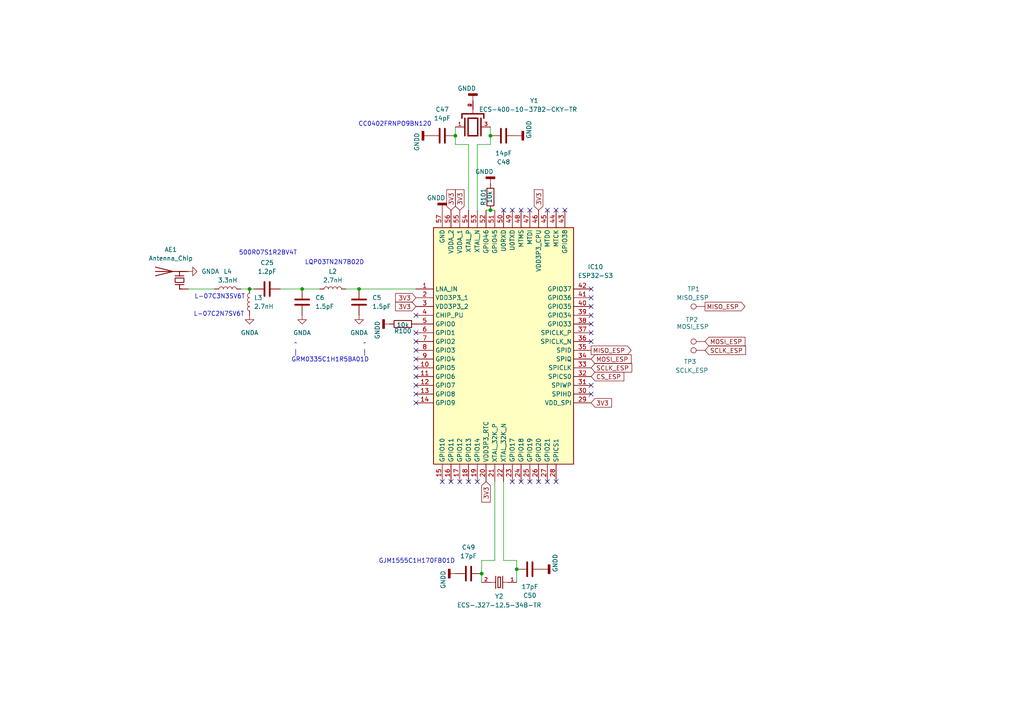
<source format=kicad_sch>
(kicad_sch (version 20250114) (generator "eeschema") (generator_version "9.0")
  (paper "A4")
  (lib_symbols
    (symbol "22XT_Main:ECS-.327-12.5-34B-TR" (pin_names (offset 1.016))
      (property "Reference" "Y" (at -5.0895 2.5447 0))
      (property "Value" "ECS-.327-12.5-34B-TR" (at -5.0911 -4.582 0))
      (symbol "ECS-.327-12.5-34B-TR_0_0"
        (polyline (pts (xy -2.54 0) (xy -1.016 0)) (stroke (width 0.1524)))
        (polyline (pts (xy -1.016 1.778) (xy -1.016 -1.778)) (stroke (width 0.254)))
        (polyline (pts (xy -0.381 1.524) (xy -0.381 -1.524)) (stroke (width 0.254)))
        (polyline (pts (xy -0.381 -1.524) (xy 0.381 -1.524)) (stroke (width 0.254)))
        (polyline (pts (xy 0.381 1.524) (xy -0.381 1.524)) (stroke (width 0.254)))
        (polyline (pts (xy 0.381 -1.524) (xy 0.381 1.524)) (stroke (width 0.254)))
        (polyline (pts (xy 1.016 1.778) (xy 1.016 -1.778)) (stroke (width 0.254)))
        (polyline (pts (xy 1.016 0) (xy 2.54 0)) (stroke (width 0.1524)))
        (pin passive line (at -5.08 0 0) (length 2.54) (name "~") (number "1"))
        (pin passive line (at 5.08 0 180) (length 2.54) (name "~") (number "2"))
      )
    )
    (symbol "22XT_Main:ECS-400-10-37B2-CKY-TR" (pin_names (offset 1.016))
      (property "Reference" "Y" (at -5.0878 6.3559 0))
      (property "Value" "ECS-400-10-37B2-CKY-TR" (at -5.0944 3.7956 0))
      (symbol "ECS-400-10-37B2-CKY-TR_0_0"
        (polyline (pts (xy -3.175 -2.54) (xy -3.175 -3.81)) (stroke (width 0.4064)))
        (polyline (pts (xy -3.175 -3.81) (xy 3.175 -3.81)) (stroke (width 0.4064)))
        (polyline (pts (xy -2.3368 2.54) (xy -2.3368 -2.54)) (stroke (width 0.4064)))
        (polyline (pts (xy -1.397 2.54) (xy -1.397 -2.54)) (stroke (width 0.4064)))
        (polyline (pts (xy -1.397 2.54) (xy 1.397 2.54)) (stroke (width 0.4064)))
        (polyline (pts (xy 0 -5.08) (xy 0 -3.81)) (stroke (width 0.1524)))
        (polyline (pts (xy 1.397 2.54) (xy 1.397 -2.54)) (stroke (width 0.4064)))
        (polyline (pts (xy 1.397 -2.54) (xy -1.397 -2.54)) (stroke (width 0.4064)))
        (polyline (pts (xy 2.3368 2.54) (xy 2.3368 -2.54)) (stroke (width 0.4064)))
        (polyline (pts (xy 3.175 -3.81) (xy 3.175 -2.54)) (stroke (width 0.4064)))
        (pin passive line (at -5.08 0 0) (length 2.54) (name "~") (number "1"))
        (pin power_in line (at 0 -7.62 90) (length 2.54) (name "~") (number "2"))
        (pin power_in line (at 0 -7.62 90) (length 2.54) (name "~") (number "4"))
        (pin passive line (at 5.08 0 180) (length 2.54) (name "~") (number "3"))
      )
    )
    (symbol "22XT_Main:ESP32-S3"
      (property "Reference" "IC" (at 46.99 22.86 0))
      (property "Value" "ESP32-S3" (at 46.99 20.32 0))
      (symbol "ESP32-S3_1_1"
        (rectangle (start 5.08 17.78) (end 45.72 -50.8) (stroke (width 0.254)) (fill (type background)))
        (pin passive line (at 0 0 0) (length 5.08) (name "LNA_IN") (number "1"))
        (pin passive line (at 0 -2.54 0) (length 5.08) (name "VDD3P3_1") (number "2"))
        (pin passive line (at 0 -5.08 0) (length 5.08) (name "VDD3P3_2") (number "3"))
        (pin passive line (at 0 -7.62 0) (length 5.08) (name "CHIP_PU") (number "4"))
        (pin passive line (at 0 -10.16 0) (length 5.08) (name "GPIO0") (number "5"))
        (pin passive line (at 0 -12.7 0) (length 5.08) (name "GPIO1") (number "6"))
        (pin passive line (at 0 -15.24 0) (length 5.08) (name "GPIO2") (number "7"))
        (pin passive line (at 0 -17.78 0) (length 5.08) (name "GPIO3") (number "8"))
        (pin passive line (at 0 -20.32 0) (length 5.08) (name "GPIO4") (number "9"))
        (pin passive line (at 0 -22.86 0) (length 5.08) (name "GPIO5") (number "10"))
        (pin passive line (at 0 -25.4 0) (length 5.08) (name "GPIO6") (number "11"))
        (pin passive line (at 0 -27.94 0) (length 5.08) (name "GPIO7") (number "12"))
        (pin passive line (at 0 -30.48 0) (length 5.08) (name "GPIO8") (number "13"))
        (pin passive line (at 0 -33.02 0) (length 5.08) (name "GPIO9") (number "14"))
        (pin passive line (at 7.62 22.86 270) (length 5.08) (name "GND") (number "57"))
        (pin passive line (at 7.62 -55.88 90) (length 5.08) (name "GPIO10") (number "15"))
        (pin passive line (at 10.16 22.86 270) (length 5.08) (name "VDDA_2") (number "56"))
        (pin passive line (at 10.16 -55.88 90) (length 5.08) (name "GPIO11") (number "16"))
        (pin passive line (at 12.7 22.86 270) (length 5.08) (name "VDDA_1") (number "55"))
        (pin passive line (at 12.7 -55.88 90) (length 5.08) (name "GPIO12") (number "17"))
        (pin passive line (at 15.24 22.86 270) (length 5.08) (name "XTAL_P") (number "54"))
        (pin passive line (at 15.24 -55.88 90) (length 5.08) (name "GPIO13") (number "18"))
        (pin passive line (at 17.78 22.86 270) (length 5.08) (name "XTAL_N") (number "53"))
        (pin passive line (at 17.78 -55.88 90) (length 5.08) (name "GPIO14") (number "19"))
        (pin passive line (at 20.32 22.86 270) (length 5.08) (name "GPIO46") (number "52"))
        (pin passive line (at 20.32 -55.88 90) (length 5.08) (name "VDD3P3_RTC") (number "20"))
        (pin passive line (at 22.86 22.86 270) (length 5.08) (name "GPIO45") (number "51"))
        (pin passive line (at 22.86 -55.88 90) (length 5.08) (name "XTAL_32K_P") (number "21"))
        (pin passive line (at 25.4 22.86 270) (length 5.08) (name "U0RXD") (number "50"))
        (pin passive line (at 25.4 -55.88 90) (length 5.08) (name "XTAL_32K_N") (number "22"))
        (pin passive line (at 27.94 22.86 270) (length 5.08) (name "U0TXD") (number "49"))
        (pin passive line (at 27.94 -55.88 90) (length 5.08) (name "GPIO17") (number "23"))
        (pin passive line (at 30.48 22.86 270) (length 5.08) (name "MTMS") (number "48"))
        (pin passive line (at 30.48 -55.88 90) (length 5.08) (name "GPIO18") (number "24"))
        (pin passive line (at 33.02 22.86 270) (length 5.08) (name "MTDI") (number "47"))
        (pin passive line (at 33.02 -55.88 90) (length 5.08) (name "GPIO19") (number "25"))
        (pin passive line (at 35.56 22.86 270) (length 5.08) (name "VDD3P3_CPU") (number "46"))
        (pin passive line (at 35.56 -55.88 90) (length 5.08) (name "GPIO20") (number "26"))
        (pin passive line (at 38.1 22.86 270) (length 5.08) (name "MTDO") (number "45"))
        (pin passive line (at 38.1 -55.88 90) (length 5.08) (name "GPIO21") (number "27"))
        (pin passive line (at 40.64 22.86 270) (length 5.08) (name "MTCK") (number "44"))
        (pin passive line (at 40.64 -55.88 90) (length 5.08) (name "SPICS1") (number "28"))
        (pin passive line (at 43.18 22.86 270) (length 5.08) (name "GPIO38") (number "43"))
        (pin passive line (at 50.8 0 180) (length 5.08) (name "GPIO37") (number "42"))
        (pin passive line (at 50.8 -2.54 180) (length 5.08) (name "GPIO36") (number "41"))
        (pin passive line (at 50.8 -5.08 180) (length 5.08) (name "GPIO35") (number "40"))
        (pin passive line (at 50.8 -7.62 180) (length 5.08) (name "GPIO34") (number "39"))
        (pin passive line (at 50.8 -10.16 180) (length 5.08) (name "GPIO33") (number "38"))
        (pin passive line (at 50.8 -12.7 180) (length 5.08) (name "SPICLK_P") (number "37"))
        (pin passive line (at 50.8 -15.24 180) (length 5.08) (name "SPICLK_N") (number "36"))
        (pin passive line (at 50.8 -17.78 180) (length 5.08) (name "SPID") (number "35"))
        (pin passive line (at 50.8 -20.32 180) (length 5.08) (name "SPIQ") (number "34"))
        (pin passive line (at 50.8 -22.86 180) (length 5.08) (name "SPICLK") (number "33"))
        (pin passive line (at 50.8 -25.4 180) (length 5.08) (name "SPICS0") (number "32"))
        (pin passive line (at 50.8 -27.94 180) (length 5.08) (name "SPIWP") (number "31"))
        (pin passive line (at 50.8 -30.48 180) (length 5.08) (name "SPIHD") (number "30"))
        (pin passive line (at 50.8 -33.02 180) (length 5.08) (name "VDD_SPI") (number "29"))
      )
    )
    (symbol "Connector:TestPoint" (pin_numbers (hide yes)) (pin_names (offset 0.762) (hide yes))
      (property "Reference" "TP" (at 0 6.858 0))
      (property "Value" "TestPoint" (at 0 5.08 0))
      (symbol "TestPoint_0_1"
        (circle (center 0 3.302) (radius 0.762))
      )
      (symbol "TestPoint_1_1"
        (pin passive line (at 0 0 90) (length 2.54) (name "1") (number "1"))
      )
    )
    (symbol "Device:Antenna_Chip" (pin_numbers (hide yes)) (pin_names (offset 1.016) (hide yes))
      (property "Reference" "AE" (at 0 5.08 0))
      (property "Value" "Antenna_Chip" (at 0 3.175 0))
      (symbol "Antenna_Chip_0_1"
        (polyline (pts (xy -2.54 0) (xy -2.54 -0.635)) (stroke (width 0.254)))
        (polyline (pts (xy -2.54 0) (xy -1.27 0)) (stroke (width 0.254)))
        (polyline (pts (xy -1.27 1.27) (xy -1.27 -1.27) (xy -1.27 0)) (stroke (width 0.254)))
        (polyline (pts (xy -0.635 1.27) (xy 0.635 1.27) (xy 0.635 -1.27) (xy -0.635 -1.27) (xy -0.635 1.27)) (stroke (width 0.254)))
        (polyline (pts (xy 1.27 1.27) (xy 1.27 -1.27)) (stroke (width 0.254)))
        (polyline (pts (xy 1.27 0) (xy 2.54 0)) (stroke (width 0.254)))
        (polyline (pts (xy 2.54 6.985) (xy 2.54 -1.905)) (stroke (width 0.254)))
        (polyline (pts (xy 2.54 -0.635) (xy 2.54 0)))
        (polyline (pts (xy 3.81 6.985) (xy 2.54 1.905) (xy 1.27 6.985)) (stroke (width 0.254)))
      )
      (symbol "Antenna_Chip_1_1"
        (pin input line (at -2.54 -2.54 90) (length 2.54) (name "FEED") (number "1"))
        (pin passive line (at 2.54 -2.54 90) (length 2.54) (name "PCB_Trace") (number "2"))
      )
    )
    (symbol "Device:C" (pin_numbers (hide yes)) (pin_names (offset 0.254))
      (property "Reference" "C" (at 0.635 2.54 0))
      (property "Value" "C" (at 0.635 -2.54 0))
      (symbol "C_0_1"
        (polyline (pts (xy -2.032 0.762) (xy 2.032 0.762)) (stroke (width 0.508)))
        (polyline (pts (xy -2.032 -0.762) (xy 2.032 -0.762)) (stroke (width 0.508)))
      )
      (symbol "C_1_1"
        (pin passive line (at 0 3.81 270) (length 2.794) (name "~") (number "1"))
        (pin passive line (at 0 -3.81 90) (length 2.794) (name "~") (number "2"))
      )
    )
    (symbol "Device:L" (pin_numbers (hide yes)) (pin_names (offset 1.016) (hide yes))
      (property "Reference" "L" (at -1.27 0 90))
      (property "Value" "L" (at 1.905 0 90))
      (symbol "L_0_1"
        (arc (start 0 2.54) (mid 0.6323 1.905) (end 0 1.27))
        (arc (start 0 1.27) (mid 0.6323 0.635) (end 0 0))
        (arc (start 0 0) (mid 0.6323 -0.635) (end 0 -1.27))
        (arc (start 0 -1.27) (mid 0.6323 -1.905) (end 0 -2.54))
      )
      (symbol "L_1_1"
        (pin passive line (at 0 3.81 270) (length 1.27) (name "1") (number "1"))
        (pin passive line (at 0 -3.81 90) (length 1.27) (name "2") (number "2"))
      )
    )
    (symbol "Device:R" (pin_numbers (hide yes)) (pin_names (offset 0))
      (property "Reference" "R" (at 2.032 0 90))
      (property "Value" "R" (at 0 0 90))
      (symbol "R_0_1"
        (rectangle (start -1.016 -2.54) (end 1.016 2.54) (stroke (width 0.254)))
      )
      (symbol "R_1_1"
        (pin passive line (at 0 3.81 270) (length 1.27) (name "~") (number "1"))
        (pin passive line (at 0 -3.81 90) (length 1.27) (name "~") (number "2"))
      )
    )
    (symbol "power:GNDA" (power) (pin_numbers (hide yes)) (pin_names (offset 0) (hide yes))
      (property "Value" "GNDA" (at 0 -3.81 0))
      (symbol "GNDA_0_1"
        (polyline (pts (xy 0 0) (xy 0 -1.27) (xy 1.27 -1.27) (xy 0 -2.54) (xy -1.27 -1.27) (xy 0 -1.27)))
      )
      (symbol "GNDA_1_1"
        (pin power_in line (at 0 0 270) (length 0) (name "~") (number "1"))
      )
    )
    (symbol "power:GNDD" (power) (pin_numbers (hide yes)) (pin_names (offset 0) (hide yes))
      (property "Value" "GNDD" (at 0 -3.175 0))
      (symbol "GNDD_0_1"
        (rectangle (start -1.27 -1.524) (end 1.27 -2.032) (stroke (width 0.254)) (fill (type outline)))
        (polyline (pts (xy 0 0) (xy 0 -1.524)))
      )
      (symbol "GNDD_1_1"
        (pin power_in line (at 0 0 270) (length 0) (name "~") (number "1"))
      )
    )
  )
  (text "CC0402FRNPO9BN120" (at 114.554 36.068 0) (effects (font (size 1.27 1.27))))
  (text "500R07S1R2BV4T" (at 77.724 73.406 0) (effects (font (size 1.27 1.27))))
  (text "L-07C3N3SV6T" (at 63.754 86.106 0) (effects (font (size 1.27 1.27))))
  (text "L-07C2N7SV6T" (at 63.5 91.186 0) (effects (font (size 1.27 1.27))))
  (text "LQP03TN2N7B02D" (at 97.028 76.2 0) (effects (font (size 1.27 1.27))))
  (text "GJM1555C1H170FB01D\n" (at 120.904 162.814 0) (effects (font (size 1.27 1.27))))
  (text "^				^\n|				|\nGRM0335C1H1R5BA01D" (at 95.758 102.362 0) (effects (font (size 1.27 1.27))))
  (junction (at 132.08 39.37))
  (junction (at 142.24 60.96))
  (junction (at 72.39 83.82))
  (junction (at 87.63 83.82))
  (junction (at 104.14 83.82))
  (junction (at 139.7 166.37))
  (junction (at 142.24 39.37))
  (junction (at 149.86 165.1))
  (no_connect (at 146.05 60.96))
  (no_connect (at 171.45 111.76))
  (no_connect (at 120.65 96.52))
  (no_connect (at 120.65 116.84))
  (no_connect (at 171.45 83.82))
  (no_connect (at 120.65 109.22))
  (no_connect (at 151.13 60.96))
  (no_connect (at 171.45 86.36))
  (no_connect (at 120.65 91.44))
  (no_connect (at 148.59 139.7))
  (no_connect (at 156.21 139.7))
  (no_connect (at 130.81 139.7))
  (no_connect (at 158.75 60.96))
  (no_connect (at 120.65 99.06))
  (no_connect (at 171.45 88.9))
  (no_connect (at 153.67 60.96))
  (no_connect (at 171.45 114.3))
  (no_connect (at 120.65 106.68))
  (no_connect (at 120.65 104.14))
  (no_connect (at 161.29 139.7))
  (no_connect (at 171.45 91.44))
  (no_connect (at 135.89 139.7))
  (no_connect (at 138.43 139.7))
  (no_connect (at 120.65 114.3))
  (no_connect (at 128.27 139.7))
  (no_connect (at 171.45 99.06))
  (no_connect (at 151.13 139.7))
  (no_connect (at 120.65 111.76))
  (no_connect (at 163.83 60.96))
  (no_connect (at 171.45 96.52))
  (no_connect (at 120.65 101.6))
  (no_connect (at 153.67 139.7))
  (no_connect (at 133.35 139.7))
  (no_connect (at 158.75 139.7))
  (no_connect (at 148.59 60.96))
  (no_connect (at 161.29 60.96))
  (no_connect (at 171.45 93.98))
  (wire (pts (xy 100.33 83.82) (xy 104.14 83.82)))
  (wire (pts (xy 149.86 165.1) (xy 149.86 162.56)))
  (wire (pts (xy 104.14 83.82) (xy 120.65 83.82)))
  (wire (pts (xy 132.08 36.83) (xy 132.08 39.37)))
  (wire (pts (xy 132.08 41.91) (xy 135.89 41.91)))
  (wire (pts (xy 72.39 83.82) (xy 73.66 83.82)))
  (wire (pts (xy 87.63 83.82) (xy 92.71 83.82)))
  (wire (pts (xy 142.24 39.37) (xy 142.24 36.83)))
  (wire (pts (xy 149.86 162.56) (xy 146.05 162.56)))
  (wire (pts (xy 139.7 166.37) (xy 139.7 168.91)))
  (wire (pts (xy 81.28 83.82) (xy 87.63 83.82)))
  (wire (pts (xy 142.24 41.91) (xy 142.24 39.37)))
  (wire (pts (xy 146.05 139.7) (xy 146.05 162.56)))
  (wire (pts (xy 143.51 139.7) (xy 143.51 162.56)))
  (wire (pts (xy 140.97 60.96) (xy 142.24 60.96)))
  (wire (pts (xy 143.51 162.56) (xy 139.7 162.56)))
  (wire (pts (xy 142.24 60.96) (xy 143.51 60.96)))
  (wire (pts (xy 69.85 83.82) (xy 72.39 83.82)))
  (wire (pts (xy 138.43 41.91) (xy 142.24 41.91)))
  (wire (pts (xy 132.08 39.37) (xy 132.08 41.91)))
  (wire (pts (xy 54.61 83.82) (xy 62.23 83.82)))
  (wire (pts (xy 139.7 162.56) (xy 139.7 166.37)))
  (wire (pts (xy 135.89 41.91) (xy 135.89 60.96)))
  (wire (pts (xy 149.86 168.91) (xy 149.86 165.1)))
  (wire (pts (xy 138.43 60.96) (xy 138.43 41.91)))
  (global_label "MISO_ESP" (shape output) (at 204.47 88.9 0) (property "Intersheetrefs" "${INTERSHEET_REFS}" (effects (hide yes))))
  (global_label "MOSI_ESP" (shape input) (at 204.47 99.06 0) (property "Intersheetrefs" "${INTERSHEET_REFS}" (effects (hide yes))))
  (global_label "3V3" (shape input) (at 171.45 116.84 0) (property "Intersheetrefs" "${INTERSHEET_REFS}" (effects (hide yes))))
  (global_label "3V3" (shape input) (at 130.81 60.96 90) (property "Intersheetrefs" "${INTERSHEET_REFS}" (effects (hide yes))))
  (global_label "MOSI_ESP" (shape input) (at 171.45 104.14 0) (property "Intersheetrefs" "${INTERSHEET_REFS}" (effects (hide yes))))
  (global_label "SCLK_ESP" (shape input) (at 171.45 106.68 0) (property "Intersheetrefs" "${INTERSHEET_REFS}" (effects (hide yes))))
  (global_label "3V3" (shape input) (at 133.35 60.96 90) (property "Intersheetrefs" "${INTERSHEET_REFS}" (effects (hide yes))))
  (global_label "SCLK_ESP" (shape input) (at 204.47 101.6 0) (property "Intersheetrefs" "${INTERSHEET_REFS}" (effects (hide yes))))
  (global_label "CS_ESP" (shape input) (at 171.45 109.22 0) (property "Intersheetrefs" "${INTERSHEET_REFS}" (effects (hide yes))))
  (global_label "MISO_ESP" (shape output) (at 171.45 101.6 0) (property "Intersheetrefs" "${INTERSHEET_REFS}" (effects (hide yes))))
  (global_label "3V3" (shape input) (at 120.65 86.36 180) (property "Intersheetrefs" "${INTERSHEET_REFS}" (effects (hide yes))))
  (global_label "3V3" (shape input) (at 156.21 60.96 90) (property "Intersheetrefs" "${INTERSHEET_REFS}" (effects (hide yes))))
  (global_label "3V3" (shape input) (at 140.97 139.7 270) (property "Intersheetrefs" "${INTERSHEET_REFS}" (effects (hide yes))))
  (global_label "3V3" (shape input) (at 120.65 88.9 180) (property "Intersheetrefs" "${INTERSHEET_REFS}" (effects (hide yes))))
  (symbol (lib_id "Device:C") (at 146.05 39.37 90) (unit 1)
    (property "Reference" "C48" (at 146.05 46.99 90))
    (property "Value" "14pF" (at 146.05 44.45 90))
    (property "Footprint" "Capacitor_SMD:C_0402_1005Metric" (effects (hide yes)))
    (property "Description" "Unpolarized capacitor" (effects (hide yes)))
  )
  (symbol (lib_id "power:GNDA") (at 104.14 91.44 0) (unit 1)
    (property "Reference" "#PWR032" (effects (hide yes)))
    (property "Value" "GNDA" (at 104.14 96.52 0))
    (property "Description" "Power symbol creates a global label with name \"GNDA\" , analog ground" (effects (hide yes)))
  )
  (symbol (lib_id "22XT_Main:ECS-.327-12.5-34B-TR") (at 144.78 168.91 180) (unit 1)
    (property "Reference" "Y2" (at 144.78 172.974 0))
    (property "Value" "ECS-.327-12.5-34B-TR" (at 144.78 175.514 0))
    (property "Footprint" "22XT_Main:XTAL_ECS-.327-12.5-34B-TR" (effects (hide yes)))
    (property "MANUFACTURER" "ECS Inc." (effects (hide yes)))
    (property "STANDARD" "Manufacturer recommendations" (effects (hide yes)))
  )
  (symbol (lib_id "power:GNDD") (at 137.16 29.21 180) (unit 1)
    (property "Reference" "#PWR084" (effects (hide yes)))
    (property "Value" "GNDD" (at 135.382 25.654 0))
    (property "Description" "Power symbol creates a global label with name \"GNDD\" , digital ground" (effects (hide yes)))
  )
  (symbol (lib_id "Device:R") (at 116.84 93.98 90) (unit 1)
    (property "Reference" "R100" (at 116.84 96.012 90))
    (property "Value" "10k" (at 116.84 94.234 90))
    (property "Footprint" "Resistor_SMD:R_0402_1005Metric" (effects (hide yes)))
    (property "Description" "Resistor" (effects (hide yes)))
  )
  (symbol (lib_id "power:GNDA") (at 72.39 91.44 0) (unit 1)
    (property "Reference" "#PWR080" (effects (hide yes)))
    (property "Value" "GNDA" (at 72.39 96.52 0))
    (property "Description" "Power symbol creates a global label with name \"GNDA\" , analog ground" (effects (hide yes)))
  )
  (symbol (lib_id "Device:C") (at 135.89 166.37 270) (unit 1)
    (property "Reference" "C49" (at 135.89 158.75 90))
    (property "Value" "17pF" (at 135.89 161.29 90))
    (property "Footprint" "Capacitor_SMD:C_0402_1005Metric" (effects (hide yes)))
    (property "Description" "Unpolarized capacitor" (effects (hide yes)))
  )
  (symbol (lib_id "Device:R") (at 142.24 57.15 0) (unit 1)
    (property "Reference" "R101" (at 140.208 57.15 90))
    (property "Value" "10k" (at 141.986 57.15 90))
    (property "Footprint" "Resistor_SMD:R_0402_1005Metric" (effects (hide yes)))
    (property "Description" "Resistor" (effects (hide yes)))
  )
  (symbol (lib_id "Connector:TestPoint") (at 204.47 88.9 90) (unit 1)
    (property "Reference" "TP1" (at 201.168 83.82 90))
    (property "Value" "MISO_ESP" (at 200.914 86.36 90))
    (property "Footprint" "TestPoint:TestPoint_Pad_1.0x1.0mm" (effects (hide yes)))
    (property "Description" "test point" (effects (hide yes)))
  )
  (symbol (lib_id "Device:C") (at 153.67 165.1 90) (unit 1)
    (property "Reference" "C50" (at 153.67 172.72 90))
    (property "Value" "17pF" (at 153.67 170.18 90))
    (property "Footprint" "Capacitor_SMD:C_0402_1005Metric" (effects (hide yes)))
    (property "Description" "Unpolarized capacitor" (effects (hide yes)))
  )
  (symbol (lib_id "Device:C") (at 104.14 87.63 0) (unit 1)
    (property "Reference" "C5" (at 107.95 86.3599 0) (effects (justify left)))
    (property "Value" "1.5pF" (at 107.95 88.8999 0) (effects (justify left)))
    (property "Footprint" "Capacitor_SMD:C_0603_1608Metric" (effects (hide yes)))
    (property "Description" "Unpolarized capacitor" (effects (hide yes)))
  )
  (symbol (lib_id "Connector:TestPoint") (at 204.47 101.6 90) (unit 1)
    (property "Reference" "TP3" (at 200.152 104.902 90))
    (property "Value" "SCLK_ESP" (at 200.66 107.442 90))
    (property "Footprint" "TestPoint:TestPoint_Pad_1.0x1.0mm" (effects (hide yes)))
    (property "Description" "test point" (effects (hide yes)))
  )
  (symbol (lib_id "Device:Antenna_Chip") (at 52.07 81.28 90) (unit 1)
    (property "Reference" "AE1" (at 49.53 72.39 90))
    (property "Value" "Antenna_Chip" (at 49.53 74.93 90))
    (property "Footprint" "22XT_Main:XDCR_2450AT18B100E" (effects (hide yes)))
    (property "Description" "Ceramic chip antenna with pin for PCB trace" (effects (hide yes)))
  )
  (symbol (lib_id "power:GNDD") (at 149.86 39.37 90) (unit 1)
    (property "Reference" "#PWR085" (effects (hide yes)))
    (property "Value" "GNDD" (at 153.416 37.592 0))
    (property "Description" "Power symbol creates a global label with name \"GNDD\" , digital ground" (effects (hide yes)))
  )
  (symbol (lib_id "22XT_Main:ECS-400-10-37B2-CKY-TR") (at 137.16 36.83 0) (mirror x) (unit 1)
    (property "Reference" "Y1" (at 154.94 29.21 0))
    (property "Value" "ECS-400-10-37B2-CKY-TR" (at 153.162 31.75 0))
    (property "Footprint" "22XT_Main:XTAL_ECS-400-10-37B2-CKY-TR" (effects (hide yes)))
    (property "PARTREV" "2021" (effects (hide yes)))
    (property "STANDARD" "Manufacturer Recommendations" (effects (hide yes)))
    (property "SNAPEDA_PACKAGE_ID" "68288" (effects (hide yes)))
    (property "MAXIMUM_PACKAGE_HEIGHT" "0.5mm" (effects (hide yes)))
    (property "MANUFACTURER" "ECS Inc." (effects (hide yes)))
  )
  (symbol (lib_id "power:GNDD") (at 132.08 166.37 270) (unit 1)
    (property "Reference" "#PWR087" (effects (hide yes)))
    (property "Value" "GNDD" (at 128.524 168.148 0))
    (property "Description" "Power symbol creates a global label with name \"GNDD\" , digital ground" (effects (hide yes)))
  )
  (symbol (lib_id "power:GNDD") (at 124.46 39.37 270) (unit 1)
    (property "Reference" "#PWR086" (effects (hide yes)))
    (property "Value" "GNDD" (at 120.904 41.148 0))
    (property "Description" "Power symbol creates a global label with name \"GNDD\" , digital ground" (effects (hide yes)))
  )
  (symbol (lib_id "Device:L") (at 72.39 87.63 180) (unit 1)
    (property "Reference" "L3" (at 73.66 86.3599 0) (effects (justify right)))
    (property "Value" "2.7nH" (at 73.66 88.8999 0) (effects (justify right)))
    (property "Footprint" "Inductor_SMD:L_0402_1005Metric" (effects (hide yes)))
    (property "Description" "Inductor" (effects (hide yes)))
  )
  (symbol (lib_id "Device:L") (at 96.52 83.82 90) (unit 1)
    (property "Reference" "L2" (at 96.52 78.74 90))
    (property "Value" "2.7nH" (at 96.52 81.28 90))
    (property "Footprint" "Inductor_SMD:L_0603_1608Metric" (effects (hide yes)))
    (property "Description" "Inductor" (effects (hide yes)))
  )
  (symbol (lib_id "Connector:TestPoint") (at 204.47 99.06 90) (unit 1)
    (property "Reference" "TP2" (at 200.66 92.71 90))
    (property "Value" "MOSI_ESP" (at 200.914 94.742 90))
    (property "Footprint" "TestPoint:TestPoint_Pad_1.0x1.0mm" (effects (hide yes)))
    (property "Description" "test point" (effects (hide yes)))
  )
  (symbol (lib_id "power:GNDD") (at 128.27 60.96 180) (unit 1)
    (property "Reference" "#PWR049" (effects (hide yes)))
    (property "Value" "GNDD" (at 126.492 57.404 0))
    (property "Description" "Power symbol creates a global label with name \"GNDD\" , digital ground" (effects (hide yes)))
  )
  (symbol (lib_id "power:GNDA") (at 54.61 78.74 90) (unit 1)
    (property "Reference" "#PWR081" (effects (hide yes)))
    (property "Value" "GNDA" (at 58.42 78.7399 90) (effects (justify right)))
    (property "Description" "Power symbol creates a global label with name \"GNDA\" , analog ground" (effects (hide yes)))
  )
  (symbol (lib_id "22XT_Main:ESP32-S3") (at 120.65 83.82 0) (unit 1)
    (property "Reference" "IC10" (at 172.72 77.3998 0))
    (property "Value" "ESP32-S3" (at 172.72 79.9398 0))
    (property "Footprint" "22XT_Main:QFN40P700X700X90-57N-D" (effects (hide yes)))
    (property "Description" "WiFi Modules - 802.11 [ENGINEERING SAMPLES]SMD IC, Dual-Core MCU, Wi-Fi 2.4G & BLE 5.0 Combo" (effects (hide yes)))
    (property "Height" "0.9" (effects (hide yes)))
    (property "Mouser Part Number" "356-ESP32-S3" (effects (hide yes)))
    (property "Mouser Price/Stock" "https://www.mouser.co.uk/ProductDetail/Espressif-Systems/ESP32-S3?qs=Rp5uXu7WBW%2FNWuUy%252BBihNw%3D%3D" (effects (hide yes)))
    (property "Manufacturer_Name" "Espressif Systems" (effects (hide yes)))
    (property "Manufacturer_Part_Number" "ESP32-S3" (effects (hide yes)))
  )
  (symbol (lib_id "power:GNDD") (at 142.24 53.34 180) (unit 1)
    (property "Reference" "#PWR083" (effects (hide yes)))
    (property "Value" "GNDD" (at 140.462 49.784 0))
    (property "Description" "Power symbol creates a global label with name \"GNDD\" , digital ground" (effects (hide yes)))
  )
  (symbol (lib_id "Device:C") (at 128.27 39.37 270) (unit 1)
    (property "Reference" "C47" (at 128.27 31.75 90))
    (property "Value" "14pF" (at 128.27 34.29 90))
    (property "Footprint" "Capacitor_SMD:C_0402_1005Metric" (effects (hide yes)))
    (property "Description" "Unpolarized capacitor" (effects (hide yes)))
  )
  (symbol (lib_id "power:GNDD") (at 157.48 165.1 90) (unit 1)
    (property "Reference" "#PWR088" (effects (hide yes)))
    (property "Value" "GNDD" (at 161.036 163.322 0))
    (property "Description" "Power symbol creates a global label with name \"GNDD\" , digital ground" (effects (hide yes)))
  )
  (symbol (lib_id "power:GNDA") (at 87.63 91.44 0) (unit 1)
    (property "Reference" "#PWR075" (effects (hide yes)))
    (property "Value" "GNDA" (at 87.63 96.52 0))
    (property "Description" "Power symbol creates a global label with name \"GNDA\" , analog ground" (effects (hide yes)))
  )
  (symbol (lib_id "Device:C") (at 77.47 83.82 90) (unit 1)
    (property "Reference" "C25" (at 77.47 76.2 90))
    (property "Value" "1.2pF" (at 77.47 78.74 90))
    (property "Footprint" "Capacitor_SMD:C_0402_1005Metric" (effects (hide yes)))
    (property "Description" "Unpolarized capacitor" (effects (hide yes)))
  )
  (symbol (lib_id "Device:L") (at 66.04 83.82 90) (unit 1)
    (property "Reference" "L4" (at 66.04 78.74 90))
    (property "Value" "3.3nH" (at 66.04 81.28 90))
    (property "Footprint" "Inductor_SMD:L_0402_1005Metric" (effects (hide yes)))
    (property "Description" "Inductor" (effects (hide yes)))
  )
  (symbol (lib_id "power:GNDD") (at 113.03 93.98 270) (unit 1)
    (property "Reference" "#PWR082" (effects (hide yes)))
    (property "Value" "GNDD" (at 109.474 95.758 0))
    (property "Description" "Power symbol creates a global label with name \"GNDD\" , digital ground" (effects (hide yes)))
  )
  (symbol (lib_id "Device:C") (at 87.63 87.63 0) (unit 1)
    (property "Reference" "C6" (at 91.44 86.3599 0) (effects (justify left)))
    (property "Value" "1.5pF" (at 91.44 88.8999 0) (effects (justify left)))
    (property "Footprint" "Capacitor_SMD:C_0603_1608Metric" (effects (hide yes)))
    (property "Description" "Unpolarized capacitor" (effects (hide yes)))
  )
)
</source>
